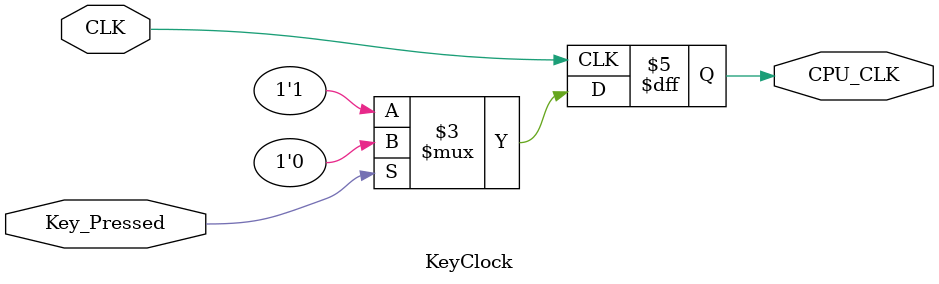
<source format=v>
`timescale 1ns / 1ps


module KeyClock(
  input CLK,
  input Key_Pressed,
  output reg CPU_CLK
  );

  always @(posedge CLK) begin
    if (Key_Pressed) begin
      CPU_CLK <= 0;
    end else begin
      CPU_CLK <= 1;
    end
  end
endmodule

</source>
